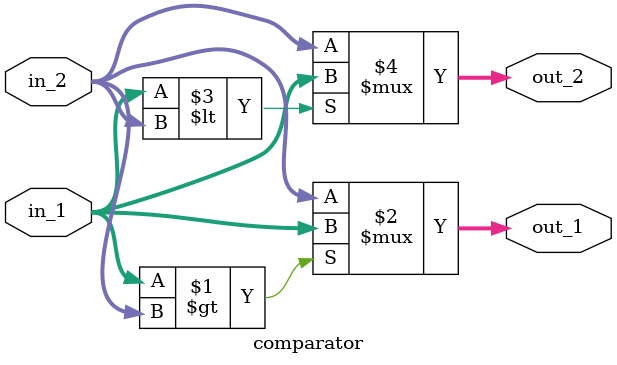
<source format=v>
module comparator(
	input  [8:0] in_1,
	input  [8:0] in_2,
	output [8:0] out_1,
	output [8:0] out_2
	);
assign out_1 = in_1 > in_2 ? in_1 : in_2;
assign out_2 = in_1 < in_2 ? in_1 : in_2;

endmodule
</source>
